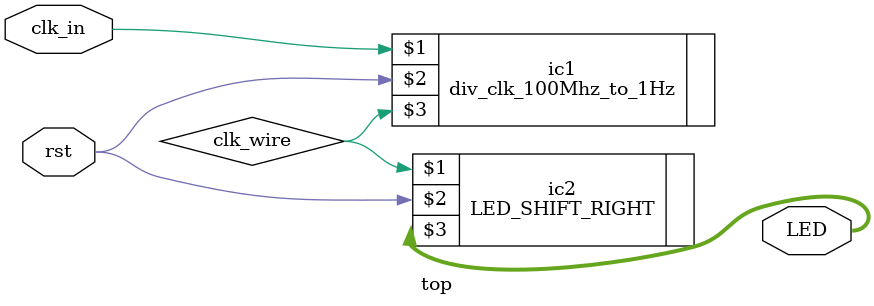
<source format=v>
`timescale 1ns / 1ps


module top(clk_in,rst,LED);
input clk_in,rst;
output [7:0] LED;
wire clk_wire;
div_clk_100Mhz_to_1Hz ic1(clk_in,rst,clk_wire);
LED_SHIFT_RIGHT ic2(clk_wire,rst,LED);
endmodule

</source>
